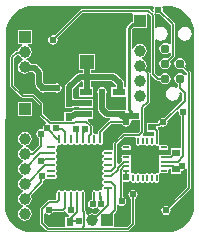
<source format=gtl>
G04*
G04 #@! TF.GenerationSoftware,Altium Limited,Altium Designer,19.1.7 (138)*
G04*
G04 Layer_Physical_Order=1*
G04 Layer_Color=255*
%FSLAX44Y44*%
%MOMM*%
G71*
G01*
G75*
%ADD15O,0.2500X0.8000*%
%ADD16O,0.8000X0.2500*%
%ADD17R,3.5000X3.5000*%
%ADD18O,0.2000X0.6500*%
%ADD19O,0.6500X0.2000*%
%ADD20R,1.5400X1.7000*%
%ADD21R,0.7000X0.6000*%
%ADD22R,1.0500X0.6000*%
%ADD23R,0.6000X0.7000*%
%ADD24C,0.7874*%
%ADD25R,1.2000X1.2000*%
%ADD26C,1.2000*%
%ADD27C,1.0000*%
%ADD28R,1.0000X1.0000*%
%ADD29R,1.0000X1.0000*%
%ADD30C,0.5000*%
%ADD31C,0.1524*%
%ADD32C,0.2032*%
%ADD33C,0.5080*%
%ADD34C,0.1270*%
%ADD35C,0.2540*%
%ADD36C,0.6096*%
G36*
X1115732Y911528D02*
X1120041Y910221D01*
X1124012Y908098D01*
X1127493Y905242D01*
X1130350Y901761D01*
X1132472Y897790D01*
X1133779Y893481D01*
X1134212Y889087D01*
X1134195Y889000D01*
Y743179D01*
X1134212Y743092D01*
X1133780Y738702D01*
X1132474Y734398D01*
X1130353Y730431D01*
X1127499Y726953D01*
X1124022Y724100D01*
X1120055Y721979D01*
X1115750Y720673D01*
X1111365Y720241D01*
X1111274Y720259D01*
X997931Y720259D01*
X996696Y720259D01*
Y720259D01*
X995462Y720355D01*
X992215Y720675D01*
X987906Y721982D01*
X983935Y724104D01*
X980454Y726961D01*
X977598Y730442D01*
X975475Y734413D01*
X974168Y738722D01*
X973739Y743076D01*
X973762Y743187D01*
X974760Y887732D01*
X974769Y888985D01*
X974769Y889000D01*
X974864Y890230D01*
X975184Y893481D01*
X976491Y897790D01*
X978614Y901761D01*
X981470Y905242D01*
X984951Y908098D01*
X988922Y910221D01*
X993231Y911528D01*
X997625Y911961D01*
X997712Y911943D01*
X1099460D01*
X1100139Y910673D01*
X1099921Y910348D01*
X1099616Y908812D01*
X1099921Y907276D01*
X1099970Y907202D01*
X1098984Y906393D01*
X1096414Y908962D01*
X1095248Y909446D01*
X1039114D01*
X1037948Y908962D01*
X1015878Y886893D01*
X1014476Y887172D01*
X1012940Y886867D01*
X1011638Y885996D01*
X1010767Y884694D01*
X1010462Y883158D01*
X1010767Y881622D01*
X1011638Y880320D01*
X1012940Y879449D01*
X1014476Y879144D01*
X1016012Y879449D01*
X1017314Y880320D01*
X1018185Y881622D01*
X1018490Y883158D01*
X1018211Y884560D01*
X1039797Y906146D01*
X1081326D01*
X1082247Y905303D01*
X1082247Y904876D01*
Y898761D01*
X1081706Y898654D01*
X1080992Y898176D01*
X1077436Y894621D01*
X1076958Y893906D01*
X1076791Y893064D01*
Y844009D01*
X1076549Y843515D01*
X1075123Y843342D01*
X1074614Y843851D01*
Y846328D01*
X1074614Y846328D01*
X1074348Y847666D01*
X1073590Y848800D01*
X1073590Y848800D01*
X1068009Y854381D01*
X1066875Y855139D01*
X1065537Y855405D01*
X1046577D01*
Y857865D01*
X1050415D01*
Y871643D01*
X1036637D01*
Y857865D01*
X1039585D01*
Y855405D01*
X1037329D01*
X1037329Y855405D01*
X1035991Y855139D01*
X1034857Y854381D01*
X1025894Y845418D01*
X1025136Y844284D01*
X1024870Y842946D01*
Y834207D01*
X1024477D01*
Y825429D01*
X1032255D01*
Y826195D01*
X1036497D01*
Y825675D01*
X1048775D01*
Y833453D01*
X1036497D01*
Y833187D01*
X1032255D01*
Y834207D01*
X1031862D01*
Y841498D01*
X1038315Y847951D01*
X1039585Y847424D01*
Y842953D01*
X1036497D01*
Y835175D01*
X1048775D01*
Y842953D01*
X1046577D01*
Y848413D01*
X1064089D01*
X1067622Y844880D01*
Y842953D01*
X1063997D01*
Y835175D01*
X1075521D01*
X1076275Y835175D01*
X1076791Y834119D01*
Y825009D01*
X1076275Y823953D01*
X1076148Y823953D01*
X1070014D01*
X1069676Y824020D01*
X1062048D01*
X1059628Y826440D01*
Y837362D01*
X1059841Y837680D01*
X1060146Y839216D01*
X1059841Y840752D01*
X1058970Y842054D01*
X1057668Y842925D01*
X1056132Y843230D01*
X1054596Y842925D01*
X1053294Y842054D01*
X1052423Y840752D01*
X1052118Y839216D01*
X1052423Y837680D01*
X1052636Y837362D01*
Y824992D01*
X1052902Y823654D01*
X1053660Y822520D01*
X1058128Y818052D01*
X1058128Y818052D01*
X1059262Y817294D01*
X1060600Y817028D01*
X1060600Y817028D01*
X1063012D01*
X1063142Y816633D01*
X1062501Y815357D01*
X1061871Y814935D01*
X1053432Y806497D01*
X1053011Y805867D01*
X1052863Y805124D01*
Y803972D01*
X1052568Y803688D01*
X1051258Y803370D01*
X1050551Y803843D01*
X1049716Y804009D01*
X1049574Y803981D01*
X1048352Y804835D01*
X1048304Y804924D01*
Y810086D01*
X1047821Y811252D01*
X1044168Y814905D01*
X1044388Y815871D01*
X1044557Y816175D01*
X1048775D01*
Y823953D01*
X1036497D01*
Y823662D01*
X1033018D01*
X1033018Y823662D01*
X1031680Y823396D01*
X1030546Y822638D01*
X1030546Y822638D01*
X1030244Y822336D01*
X1028572D01*
X1028234Y822269D01*
X1024223D01*
Y814506D01*
X1012563D01*
X1006474Y820595D01*
Y828548D01*
X1005990Y829714D01*
X998624Y837080D01*
X997458Y837564D01*
X989505D01*
X981836Y845233D01*
Y867997D01*
X984033Y870194D01*
X985462Y870089D01*
X986354Y868752D01*
X988302Y867451D01*
X989083Y867295D01*
Y866001D01*
X988302Y865845D01*
X986354Y864544D01*
X985053Y862596D01*
X984596Y860298D01*
X985053Y858000D01*
X986354Y856052D01*
X988302Y854751D01*
X990600Y854294D01*
X992898Y854751D01*
X994559Y855860D01*
X997713D01*
X999550Y854024D01*
Y845494D01*
X999816Y844156D01*
X1000574Y843022D01*
X1002239Y841357D01*
X1002313Y840982D01*
X1003183Y839680D01*
X1004486Y838809D01*
X1006022Y838504D01*
X1007558Y838809D01*
X1007876Y839022D01*
X1016178D01*
X1016496Y838809D01*
X1018032Y838504D01*
X1019568Y838809D01*
X1020870Y839680D01*
X1021741Y840982D01*
X1022046Y842518D01*
X1021741Y844054D01*
X1020870Y845356D01*
X1019568Y846227D01*
X1018032Y846532D01*
X1016496Y846227D01*
X1016178Y846014D01*
X1007876D01*
X1007558Y846227D01*
X1007183Y846301D01*
X1006542Y846942D01*
Y855472D01*
X1006542Y855472D01*
X1006276Y856810D01*
X1005518Y857944D01*
X1005518Y857944D01*
X1001634Y861829D01*
X1000499Y862587D01*
X999161Y862853D01*
X995976D01*
X994846Y864544D01*
X992898Y865845D01*
X992117Y866001D01*
Y867295D01*
X992898Y867451D01*
X994846Y868752D01*
X996147Y870700D01*
X996604Y872998D01*
X996147Y875296D01*
X994846Y877244D01*
X992898Y878545D01*
X993055Y879809D01*
X996489D01*
Y891587D01*
X984711D01*
Y879809D01*
X988146D01*
X988302Y878545D01*
X986354Y877244D01*
X985053Y875296D01*
X984763Y873839D01*
X983695D01*
X982529Y873355D01*
X979020Y869846D01*
X978536Y868680D01*
Y844550D01*
X979020Y843384D01*
X987656Y834748D01*
X988822Y834264D01*
X996775D01*
X1003174Y827865D01*
Y819912D01*
X1003658Y818746D01*
X1009038Y813365D01*
X1008620Y811987D01*
X1008368Y811937D01*
X1007066Y811066D01*
X1006195Y809764D01*
X1005890Y808228D01*
X1005206Y807544D01*
X1004570Y807670D01*
X1003034Y807365D01*
X1001732Y806494D01*
X1000861Y805192D01*
X1000556Y803656D01*
X1000861Y802120D01*
X1001732Y800818D01*
X1002920Y800023D01*
Y794179D01*
X997520Y788779D01*
X996191Y788971D01*
X996147Y789190D01*
X994846Y791138D01*
X992898Y792439D01*
X992117Y792595D01*
Y793889D01*
X992898Y794045D01*
X994846Y795346D01*
X996147Y797294D01*
X996604Y799592D01*
X996147Y801890D01*
X994846Y803838D01*
X992898Y805139D01*
X990600Y805596D01*
X988302Y805139D01*
X986354Y803838D01*
X985053Y801890D01*
X984596Y799592D01*
X985053Y797294D01*
X986354Y795346D01*
X988302Y794045D01*
X989083Y793889D01*
Y792595D01*
X988302Y792439D01*
X986354Y791138D01*
X985053Y789190D01*
X984596Y786892D01*
X985053Y784594D01*
X986354Y782646D01*
X988302Y781345D01*
X989083Y781189D01*
Y779895D01*
X988302Y779739D01*
X986354Y778438D01*
X985053Y776490D01*
X984596Y774192D01*
X985053Y771894D01*
X986354Y769946D01*
X988302Y768645D01*
X989083Y768489D01*
Y767195D01*
X988302Y767039D01*
X986354Y765738D01*
X985053Y763790D01*
X984596Y761492D01*
X985053Y759194D01*
X986354Y757246D01*
X988302Y755945D01*
X989083Y755789D01*
Y754495D01*
X988302Y754339D01*
X986354Y753038D01*
X985053Y751090D01*
X984596Y748792D01*
X985053Y746494D01*
X986354Y744546D01*
X988302Y743245D01*
X989083Y743089D01*
Y741795D01*
X988302Y741639D01*
X986354Y740338D01*
X985053Y738390D01*
X984596Y736092D01*
X985053Y733794D01*
X986354Y731846D01*
X988302Y730545D01*
X990600Y730088D01*
X992898Y730545D01*
X994846Y731846D01*
X996147Y733794D01*
X996604Y736092D01*
X996147Y738390D01*
X994846Y740338D01*
X992898Y741639D01*
X992117Y741795D01*
Y743089D01*
X992898Y743245D01*
X994846Y744546D01*
X996147Y746494D01*
X996604Y748792D01*
X996147Y751090D01*
X995780Y751639D01*
X1005863Y761723D01*
X1006347Y762889D01*
Y764080D01*
X1006614Y764133D01*
X1007916Y765004D01*
X1008606Y766036D01*
X1008924D01*
X1009631Y765563D01*
X1010466Y765397D01*
X1015966D01*
X1016801Y765563D01*
X1017508Y766036D01*
X1017981Y766743D01*
X1018147Y767578D01*
X1017981Y768413D01*
X1017508Y769120D01*
X1017131Y769372D01*
X1017061Y769622D01*
Y770534D01*
X1017131Y770784D01*
X1017508Y771036D01*
X1017981Y771743D01*
X1018147Y772578D01*
X1017981Y773413D01*
X1017508Y774120D01*
X1017131Y774372D01*
X1017061Y774622D01*
Y775534D01*
X1017131Y775784D01*
X1017508Y776036D01*
X1017981Y776743D01*
X1018147Y777578D01*
X1017981Y778413D01*
X1017508Y779120D01*
X1017131Y779372D01*
X1017061Y779622D01*
Y780534D01*
X1017131Y780784D01*
X1017508Y781036D01*
X1017981Y781743D01*
X1018147Y782578D01*
X1017981Y783413D01*
X1017508Y784120D01*
X1017131Y784372D01*
X1017061Y784622D01*
Y785534D01*
X1017131Y785784D01*
X1017508Y786036D01*
X1017981Y786743D01*
X1018147Y787578D01*
X1017981Y788413D01*
X1017508Y789120D01*
X1017131Y789372D01*
X1017061Y789622D01*
Y790534D01*
X1017131Y790784D01*
X1017508Y791036D01*
X1017981Y791743D01*
X1018147Y792578D01*
X1017987Y793383D01*
X1018069Y793501D01*
X1018793Y794225D01*
X1018911Y794307D01*
X1019716Y794147D01*
X1020551Y794313D01*
X1021258Y794786D01*
X1021510Y795163D01*
X1021760Y795233D01*
X1022672D01*
X1022922Y795163D01*
X1023174Y794786D01*
X1023881Y794313D01*
X1024716Y794147D01*
X1025551Y794313D01*
X1026258Y794786D01*
X1026510Y795163D01*
X1026760Y795233D01*
X1027672D01*
X1027922Y795163D01*
X1028174Y794786D01*
X1028881Y794313D01*
X1029716Y794147D01*
X1030551Y794313D01*
X1031258Y794786D01*
X1031510Y795163D01*
X1031760Y795233D01*
X1032672D01*
X1032922Y795163D01*
X1033174Y794786D01*
X1033881Y794313D01*
X1034716Y794147D01*
X1035551Y794313D01*
X1036258Y794786D01*
X1036510Y795163D01*
X1036760Y795233D01*
X1037672D01*
X1037922Y795163D01*
X1038174Y794786D01*
X1038881Y794313D01*
X1039716Y794147D01*
X1040551Y794313D01*
X1041258Y794786D01*
X1041510Y795163D01*
X1041760Y795233D01*
X1042672D01*
X1042922Y795163D01*
X1043174Y794786D01*
X1043881Y794313D01*
X1044716Y794147D01*
X1045551Y794313D01*
X1046258Y794786D01*
X1046510Y795163D01*
X1046760Y795233D01*
X1047672D01*
X1047922Y795163D01*
X1048174Y794786D01*
X1048881Y794313D01*
X1049716Y794147D01*
X1050551Y794313D01*
X1051258Y794786D01*
X1051510Y795163D01*
X1051760Y795233D01*
X1052672D01*
X1052922Y795163D01*
X1053174Y794786D01*
X1053881Y794313D01*
X1054716Y794147D01*
X1055551Y794313D01*
X1056258Y794786D01*
X1056731Y795493D01*
X1056897Y796328D01*
Y801828D01*
X1056748Y802577D01*
Y804319D01*
X1064048Y811620D01*
X1072761D01*
X1073360Y810724D01*
X1074662Y809853D01*
X1076198Y809548D01*
X1077734Y809853D01*
X1079036Y810724D01*
X1079907Y812026D01*
X1080212Y813562D01*
X1080143Y813911D01*
X1081185Y815181D01*
X1088207Y815181D01*
X1088264Y813935D01*
Y805609D01*
X1086945Y804290D01*
X1074420D01*
X1073254Y803806D01*
X1066192Y796744D01*
X1065708Y795578D01*
Y790514D01*
X1065443Y790244D01*
X1064438Y789665D01*
X1063966Y789759D01*
X1058466D01*
X1057631Y789593D01*
X1056924Y789120D01*
X1056451Y788413D01*
X1056285Y787578D01*
X1056451Y786743D01*
X1056924Y786036D01*
X1057301Y785784D01*
X1057371Y785534D01*
Y784622D01*
X1057301Y784372D01*
X1056924Y784120D01*
X1056451Y783413D01*
X1056285Y782578D01*
X1056451Y781743D01*
X1056924Y781036D01*
X1057301Y780784D01*
X1057371Y780534D01*
Y779622D01*
X1057301Y779372D01*
X1056924Y779120D01*
X1056451Y778413D01*
X1056285Y777578D01*
X1056451Y776743D01*
X1056924Y776036D01*
X1057301Y775784D01*
X1057371Y775534D01*
Y774622D01*
X1057301Y774372D01*
X1056924Y774120D01*
X1056451Y773413D01*
X1056285Y772578D01*
X1056451Y771743D01*
X1056924Y771036D01*
X1057301Y770784D01*
X1057371Y770534D01*
Y769622D01*
X1057301Y769372D01*
X1056924Y769120D01*
X1056451Y768413D01*
X1056285Y767578D01*
X1056451Y766743D01*
X1056924Y766036D01*
X1057301Y765784D01*
X1057371Y765534D01*
Y764622D01*
X1057301Y764372D01*
X1056924Y764120D01*
X1056451Y763413D01*
X1056285Y762578D01*
X1056451Y761743D01*
X1056924Y761036D01*
X1057301Y760784D01*
X1057371Y760534D01*
Y759622D01*
X1057301Y759372D01*
X1056924Y759120D01*
X1056451Y758413D01*
X1056285Y757578D01*
X1056445Y756773D01*
X1056363Y756656D01*
X1055639Y755931D01*
X1055521Y755849D01*
X1054716Y756009D01*
X1053881Y755843D01*
X1053174Y755370D01*
X1052922Y754993D01*
X1052672Y754923D01*
X1051760D01*
X1051510Y754993D01*
X1051258Y755370D01*
X1050551Y755843D01*
X1049716Y756009D01*
X1048881Y755843D01*
X1048174Y755370D01*
X1047701Y754663D01*
X1047535Y753828D01*
Y748328D01*
X1047581Y748099D01*
X1046722Y747929D01*
X1045420Y747058D01*
X1044549Y745756D01*
X1044244Y744220D01*
X1044549Y742684D01*
X1045420Y741382D01*
X1046722Y740511D01*
X1048258Y740206D01*
X1049794Y740511D01*
X1050849Y741216D01*
X1052304Y741325D01*
X1052405Y741175D01*
X1053707Y740304D01*
X1053844Y740277D01*
X1054262Y738899D01*
X1050867Y735504D01*
X1050048Y736051D01*
X1047750Y736508D01*
X1045452Y736051D01*
X1043972Y735062D01*
X1042702Y735661D01*
Y737231D01*
X1042574Y737875D01*
X1042209Y738421D01*
X1041399Y739231D01*
Y746997D01*
X1041731Y747493D01*
X1041897Y748328D01*
Y753828D01*
X1041731Y754663D01*
X1041258Y755370D01*
X1040551Y755843D01*
X1039716Y756009D01*
X1038881Y755843D01*
X1038174Y755370D01*
X1037922Y754993D01*
X1037672Y754923D01*
X1036760D01*
X1036510Y754993D01*
X1036258Y755370D01*
X1035551Y755843D01*
X1034716Y756009D01*
X1033881Y755843D01*
X1033174Y755370D01*
X1032922Y754993D01*
X1032672Y754923D01*
X1031760D01*
X1031510Y754993D01*
X1031258Y755370D01*
X1030551Y755843D01*
X1029716Y756009D01*
X1028881Y755843D01*
X1028174Y755370D01*
X1027922Y754993D01*
X1027672Y754923D01*
X1026760D01*
X1026510Y754993D01*
X1026258Y755370D01*
X1025551Y755843D01*
X1024716Y756009D01*
X1023881Y755843D01*
X1023174Y755370D01*
X1022922Y754993D01*
X1022672Y754923D01*
X1021760D01*
X1021510Y754993D01*
X1021258Y755370D01*
X1020551Y755843D01*
X1019716Y756009D01*
X1018881Y755843D01*
X1018174Y755370D01*
X1017701Y754663D01*
X1017535Y753828D01*
Y748328D01*
X1016381Y747681D01*
X1011133D01*
X1010489Y747553D01*
X1009942Y747188D01*
X1003888Y741134D01*
X1003523Y740588D01*
X1003395Y739943D01*
Y728472D01*
X1003523Y727828D01*
X1003888Y727282D01*
X1008968Y722202D01*
X1009514Y721837D01*
X1010158Y721709D01*
X1078031D01*
X1078676Y721837D01*
X1079222Y722202D01*
X1083484Y726464D01*
X1083849Y727010D01*
X1083977Y727654D01*
Y748738D01*
X1085132Y749510D01*
X1086003Y750812D01*
X1086308Y752348D01*
X1086003Y753884D01*
X1085132Y755186D01*
X1083830Y756057D01*
X1082294Y756362D01*
X1080758Y756057D01*
X1079456Y755186D01*
X1078585Y753884D01*
X1078280Y752348D01*
X1078585Y750812D01*
X1079456Y749510D01*
X1080611Y748738D01*
Y728352D01*
X1077334Y725075D01*
X1066339D01*
Y736092D01*
X1067906Y737660D01*
X1068390Y738826D01*
Y743498D01*
X1069660Y743883D01*
X1069804Y743668D01*
X1071106Y742797D01*
X1072642Y742492D01*
X1074178Y742797D01*
X1075480Y743668D01*
X1076351Y744970D01*
X1076656Y746506D01*
X1076351Y748042D01*
X1075480Y749344D01*
X1074178Y750215D01*
X1073486Y750352D01*
Y762715D01*
X1074756Y763394D01*
X1075170Y763117D01*
X1076706Y762812D01*
X1078242Y763117D01*
X1079283Y763813D01*
X1080266Y763595D01*
X1080665Y763378D01*
X1080675Y763329D01*
X1081092Y762704D01*
X1081717Y762287D01*
X1082454Y762140D01*
X1083191Y762287D01*
X1083642Y762588D01*
X1083816Y762704D01*
X1085092D01*
X1085266Y762588D01*
X1085717Y762287D01*
X1086454Y762140D01*
X1087191Y762287D01*
X1087642Y762588D01*
X1087816Y762704D01*
X1089092D01*
X1089266Y762588D01*
X1089717Y762287D01*
X1090454Y762140D01*
X1091191Y762287D01*
X1091642Y762588D01*
X1091816Y762704D01*
X1093092D01*
X1093266Y762588D01*
X1093717Y762287D01*
X1094454Y762140D01*
X1095191Y762287D01*
X1095642Y762588D01*
X1095816Y762704D01*
X1097092D01*
X1097266Y762588D01*
X1097717Y762287D01*
X1098454Y762140D01*
X1099191Y762287D01*
X1099642Y762588D01*
X1099816Y762704D01*
X1101092D01*
X1101266Y762588D01*
X1101717Y762287D01*
X1102454Y762140D01*
X1103191Y762287D01*
X1103816Y762704D01*
X1104233Y763329D01*
X1104380Y764066D01*
Y768566D01*
X1104233Y769303D01*
X1104097Y769508D01*
X1105012Y770423D01*
X1105217Y770287D01*
X1105954Y770140D01*
X1110454D01*
X1111191Y770287D01*
X1111816Y770704D01*
X1112233Y771329D01*
X1112380Y772066D01*
X1112233Y772803D01*
X1112200Y772854D01*
X1112878Y774124D01*
X1114481D01*
Y770049D01*
X1123259D01*
Y772314D01*
X1123442Y772464D01*
X1124978Y772769D01*
X1126280Y773640D01*
X1126618Y774145D01*
X1127888Y773760D01*
Y758873D01*
X1111636Y742621D01*
X1110234Y742900D01*
X1108698Y742595D01*
X1107396Y741724D01*
X1106525Y740422D01*
X1106220Y738886D01*
X1106525Y737350D01*
X1107396Y736048D01*
X1108698Y735177D01*
X1110234Y734872D01*
X1111770Y735177D01*
X1113072Y736048D01*
X1113943Y737350D01*
X1114248Y738886D01*
X1113969Y740288D01*
X1130704Y757024D01*
X1131188Y758190D01*
Y855726D01*
X1130704Y856892D01*
X1126586Y861011D01*
X1126718Y861209D01*
X1127093Y863092D01*
X1126718Y864975D01*
X1125651Y866571D01*
X1124055Y867638D01*
X1122172Y868012D01*
X1120289Y867638D01*
X1118693Y866571D01*
X1117626Y864975D01*
X1117252Y863092D01*
X1117626Y861209D01*
X1118693Y859613D01*
X1120289Y858546D01*
X1122172Y858171D01*
X1124055Y858546D01*
X1124253Y858678D01*
X1127888Y855043D01*
Y853386D01*
X1127639Y853183D01*
X1125941Y853438D01*
X1125651Y853871D01*
X1124055Y854938D01*
X1122172Y855312D01*
X1120289Y854938D01*
X1118693Y853871D01*
X1117626Y852275D01*
X1117252Y850392D01*
X1117626Y848509D01*
X1118693Y846913D01*
X1120230Y845886D01*
Y843300D01*
X1118960Y842622D01*
X1118101Y843195D01*
X1115822Y843649D01*
X1113543Y843195D01*
X1111610Y841904D01*
X1110319Y839971D01*
X1109865Y837692D01*
X1110319Y835413D01*
X1111610Y833480D01*
X1113543Y832189D01*
X1115822Y831736D01*
X1118101Y832189D01*
X1120034Y833480D01*
X1121325Y835413D01*
X1121778Y837692D01*
X1121681Y838184D01*
X1122851Y838810D01*
X1124040Y837621D01*
Y832654D01*
X1108751Y817366D01*
X1107694Y817576D01*
X1106158Y817271D01*
X1104856Y816400D01*
X1103985Y815098D01*
X1103680Y813562D01*
X1102581Y812996D01*
X1101288D01*
X1101100Y812959D01*
X1094415D01*
Y805181D01*
X1100446D01*
X1100512Y805116D01*
Y802490D01*
X1099242Y801812D01*
X1099191Y801845D01*
X1098454Y801992D01*
X1097717Y801845D01*
X1097266Y801544D01*
X1097092Y801428D01*
X1095816D01*
X1095642Y801544D01*
X1095191Y801845D01*
X1094454Y801992D01*
X1093717Y801845D01*
X1093266Y801544D01*
X1093092Y801428D01*
X1091816D01*
X1091642Y801544D01*
X1091191Y801845D01*
X1091000Y801883D01*
X1090523Y803202D01*
X1091080Y803760D01*
X1091564Y804926D01*
Y825493D01*
X1095826Y829756D01*
X1096310Y830923D01*
Y854026D01*
X1097580Y854279D01*
X1097892Y853525D01*
X1102191Y849226D01*
X1103358Y848742D01*
X1104880D01*
X1104926Y848509D01*
X1105993Y846913D01*
X1107589Y845846D01*
X1109472Y845471D01*
X1111355Y845846D01*
X1112951Y846913D01*
X1114018Y848509D01*
X1114392Y850392D01*
X1114018Y852275D01*
X1112951Y853871D01*
X1111355Y854938D01*
X1109472Y855312D01*
X1107589Y854938D01*
X1105993Y853871D01*
X1105104Y852542D01*
X1104017Y852381D01*
X1103660Y852422D01*
X1100708Y855375D01*
Y883279D01*
X1101978Y883928D01*
X1103383Y882989D01*
X1105662Y882535D01*
X1107941Y882989D01*
X1109874Y884280D01*
X1111165Y886213D01*
X1111618Y888492D01*
X1111165Y890771D01*
X1109874Y892704D01*
X1107941Y893995D01*
X1105662Y894448D01*
X1103383Y893995D01*
X1101978Y893056D01*
X1100708Y893705D01*
Y903986D01*
X1100412Y904700D01*
X1101438Y905542D01*
X1102094Y905103D01*
X1103630Y904798D01*
X1105166Y905103D01*
X1105221Y905140D01*
X1114172Y896189D01*
Y879730D01*
X1113191Y879361D01*
X1112902Y879304D01*
X1111355Y880338D01*
X1109472Y880713D01*
X1107589Y880338D01*
X1105993Y879271D01*
X1104926Y877675D01*
X1104551Y875792D01*
X1104926Y873909D01*
X1105993Y872313D01*
X1107589Y871246D01*
X1109472Y870872D01*
X1111355Y871246D01*
X1112902Y872280D01*
X1113191Y872223D01*
X1114172Y871854D01*
Y870125D01*
X1111553Y867506D01*
X1111355Y867638D01*
X1109472Y868012D01*
X1107589Y867638D01*
X1105993Y866571D01*
X1104926Y864975D01*
X1104551Y863092D01*
X1104926Y861209D01*
X1105993Y859613D01*
X1107589Y858546D01*
X1109472Y858171D01*
X1111355Y858546D01*
X1112951Y859613D01*
X1114018Y861209D01*
X1114392Y863092D01*
X1114018Y864975D01*
X1113886Y865173D01*
X1116988Y868276D01*
X1117472Y869442D01*
Y896873D01*
X1116988Y898039D01*
X1107407Y907620D01*
X1107644Y908812D01*
X1107339Y910348D01*
X1107121Y910673D01*
X1107800Y911943D01*
X1111251D01*
X1111338Y911961D01*
X1115732Y911528D01*
D02*
G37*
G36*
X1097408Y903303D02*
Y855456D01*
X1096138Y855203D01*
X1095826Y855956D01*
X1093316Y858467D01*
X1093683Y859016D01*
X1094140Y861314D01*
X1093683Y863612D01*
X1092382Y865560D01*
X1090434Y866861D01*
X1089653Y867017D01*
Y868311D01*
X1090434Y868467D01*
X1092382Y869768D01*
X1093683Y871716D01*
X1094140Y874014D01*
X1093683Y876312D01*
X1092382Y878260D01*
X1090434Y879561D01*
X1088136Y880018D01*
X1085838Y879561D01*
X1083890Y878260D01*
X1082589Y876312D01*
X1082463Y875681D01*
X1081193Y875806D01*
Y892152D01*
X1082566Y893525D01*
X1094025D01*
Y904890D01*
X1095215Y905496D01*
X1097408Y903303D01*
D02*
G37*
G36*
X1120972Y822297D02*
X1120952Y822198D01*
X1121257Y820662D01*
X1122128Y819360D01*
X1123316Y818565D01*
Y792695D01*
X1123259Y791449D01*
X1114481D01*
Y786004D01*
X1114193Y785716D01*
X1111385D01*
X1111191Y785845D01*
X1110454Y785992D01*
X1105954D01*
X1105217Y785845D01*
X1104592Y785428D01*
X1104175Y784803D01*
X1104028Y784066D01*
X1104175Y783329D01*
X1104592Y782704D01*
Y781428D01*
X1104175Y780803D01*
X1104028Y780066D01*
X1104175Y779329D01*
X1104592Y778704D01*
Y777428D01*
X1104175Y776803D01*
X1104028Y776066D01*
X1104175Y775329D01*
X1104476Y774878D01*
X1104592Y774704D01*
Y773428D01*
X1104476Y773254D01*
X1104175Y772803D01*
X1104028Y772066D01*
X1104175Y771329D01*
X1104311Y771124D01*
X1103396Y770209D01*
X1103191Y770345D01*
X1102454Y770492D01*
X1101717Y770345D01*
X1101266Y770044D01*
X1101092Y769928D01*
X1099816D01*
X1099642Y770044D01*
X1099191Y770345D01*
X1098454Y770492D01*
X1097717Y770345D01*
X1097266Y770044D01*
X1097092Y769928D01*
X1095816D01*
X1095642Y770044D01*
X1095191Y770345D01*
X1094454Y770492D01*
X1093717Y770345D01*
X1093266Y770044D01*
X1093092Y769928D01*
X1091816D01*
X1091642Y770044D01*
X1091191Y770345D01*
X1090454Y770492D01*
X1089717Y770345D01*
X1089266Y770044D01*
X1089092Y769928D01*
X1087816D01*
X1087642Y770044D01*
X1087191Y770345D01*
X1086454Y770492D01*
X1085717Y770345D01*
X1085266Y770044D01*
X1085092Y769928D01*
X1083816D01*
X1083642Y770044D01*
X1083191Y770345D01*
X1082454Y770492D01*
X1081717Y770345D01*
X1081512Y770209D01*
X1080597Y771124D01*
X1080733Y771329D01*
X1080880Y772066D01*
X1080733Y772803D01*
X1080316Y773428D01*
Y774704D01*
X1080733Y775329D01*
X1080880Y776066D01*
X1080733Y776803D01*
X1080316Y777428D01*
Y778704D01*
X1080733Y779329D01*
X1080880Y780066D01*
X1080733Y780803D01*
X1080432Y781254D01*
X1080316Y781428D01*
Y782704D01*
X1080432Y782878D01*
X1080733Y783329D01*
X1080880Y784066D01*
X1080733Y784803D01*
X1080316Y785428D01*
X1079691Y785845D01*
X1078954Y785992D01*
X1074454D01*
X1073717Y785845D01*
X1073092Y785428D01*
X1072675Y784803D01*
X1072528Y784066D01*
X1072675Y783329D01*
X1072976Y782878D01*
X1073092Y782704D01*
Y781428D01*
X1072976Y781254D01*
X1072675Y780803D01*
X1072629Y780574D01*
X1070181Y778126D01*
X1069008Y778612D01*
Y794895D01*
X1075103Y800990D01*
X1083417D01*
X1084528Y800066D01*
Y795566D01*
X1084675Y794829D01*
X1085092Y794204D01*
X1085717Y793787D01*
X1086454Y793640D01*
X1087191Y793787D01*
X1087642Y794088D01*
X1087816Y794204D01*
X1089092D01*
X1089266Y794088D01*
X1089717Y793787D01*
X1090454Y793640D01*
X1091191Y793787D01*
X1091642Y794088D01*
X1091816Y794204D01*
X1093092D01*
X1093266Y794088D01*
X1093717Y793787D01*
X1094454Y793640D01*
X1095191Y793787D01*
X1095642Y794088D01*
X1095816Y794204D01*
X1097092D01*
X1097266Y794088D01*
X1097717Y793787D01*
X1098454Y793640D01*
X1099191Y793787D01*
X1099642Y794088D01*
X1099816Y794204D01*
X1101092D01*
X1101266Y794088D01*
X1101717Y793787D01*
X1102454Y793640D01*
X1103191Y793787D01*
X1103396Y793923D01*
X1104311Y793008D01*
X1104175Y792803D01*
X1104028Y792066D01*
X1104175Y791329D01*
X1104592Y790704D01*
X1105217Y790287D01*
X1105954Y790140D01*
X1110454D01*
X1111191Y790287D01*
X1111816Y790704D01*
X1112233Y791329D01*
X1112380Y792066D01*
X1112233Y792803D01*
X1111816Y793428D01*
X1111191Y793845D01*
X1110454Y793992D01*
X1105954D01*
X1105217Y793845D01*
X1105012Y793709D01*
X1104097Y794624D01*
X1104233Y794829D01*
X1104380Y795566D01*
Y797734D01*
X1104396Y797816D01*
Y805920D01*
X1104396Y805920D01*
X1104249Y806663D01*
X1103827Y807293D01*
X1103279Y807842D01*
X1103401Y809112D01*
X1104086D01*
X1104830Y809259D01*
X1105460Y809680D01*
X1105843Y810064D01*
X1106158Y809853D01*
X1107694Y809548D01*
X1109230Y809853D01*
X1110532Y810724D01*
X1111403Y812026D01*
X1111708Y813562D01*
X1111498Y814619D01*
X1119801Y822922D01*
X1120972Y822297D01*
D02*
G37*
G36*
X1025661Y737814D02*
X1025753Y737350D01*
X1026624Y736048D01*
X1027885Y735205D01*
X1027998Y734924D01*
X1028272Y733954D01*
X1027589Y733115D01*
X1024985D01*
Y725075D01*
X1010855D01*
X1006761Y729169D01*
Y735992D01*
X1008031Y736377D01*
X1008082Y736302D01*
X1009384Y735431D01*
X1010920Y735126D01*
X1012456Y735431D01*
X1013758Y736302D01*
X1014553Y737490D01*
X1022858D01*
X1024024Y737974D01*
X1024283Y738232D01*
X1025661Y737814D01*
D02*
G37*
%LPC*%
G36*
X1125982Y894448D02*
X1123703Y893995D01*
X1121770Y892704D01*
X1120479Y890771D01*
X1120025Y888492D01*
X1120479Y886213D01*
X1121770Y884280D01*
X1123703Y882989D01*
X1125982Y882535D01*
X1128261Y882989D01*
X1130194Y884280D01*
X1131485Y886213D01*
X1131938Y888492D01*
X1131485Y890771D01*
X1130194Y892704D01*
X1128261Y893995D01*
X1125982Y894448D01*
D02*
G37*
G36*
X996489Y830881D02*
X984711D01*
Y819103D01*
X996489D01*
Y830881D01*
D02*
G37*
G36*
X1078954Y793992D02*
X1074454D01*
X1073717Y793845D01*
X1073092Y793428D01*
X1072675Y792803D01*
X1072528Y792066D01*
X1072675Y791329D01*
X1073092Y790704D01*
X1073717Y790287D01*
X1074454Y790140D01*
X1078954D01*
X1079691Y790287D01*
X1080316Y790704D01*
X1080733Y791329D01*
X1080880Y792066D01*
X1080733Y792803D01*
X1080316Y793428D01*
X1079691Y793845D01*
X1078954Y793992D01*
D02*
G37*
%LPD*%
D15*
X1019716Y751078D02*
D03*
X1024716D02*
D03*
X1029716D02*
D03*
X1034716D02*
D03*
X1039716D02*
D03*
X1044716D02*
D03*
X1049716D02*
D03*
X1054716D02*
D03*
Y799078D02*
D03*
X1049716D02*
D03*
X1044716D02*
D03*
X1039716D02*
D03*
X1034716D02*
D03*
X1029716D02*
D03*
X1024716D02*
D03*
X1019716D02*
D03*
D16*
X1061216Y757578D02*
D03*
Y762578D02*
D03*
Y767578D02*
D03*
Y772578D02*
D03*
Y777578D02*
D03*
Y782578D02*
D03*
Y787578D02*
D03*
Y792578D02*
D03*
X1013216D02*
D03*
Y787578D02*
D03*
Y782578D02*
D03*
Y777578D02*
D03*
Y772578D02*
D03*
Y767578D02*
D03*
Y762578D02*
D03*
Y757578D02*
D03*
D17*
X1037216Y775078D02*
D03*
D18*
X1082454Y766316D02*
D03*
X1086454D02*
D03*
X1090454D02*
D03*
X1094454D02*
D03*
X1098454D02*
D03*
X1102454D02*
D03*
Y797816D02*
D03*
X1098454D02*
D03*
X1094454D02*
D03*
X1090454D02*
D03*
X1086454D02*
D03*
X1082454D02*
D03*
D19*
X1108204Y772066D02*
D03*
Y776066D02*
D03*
Y780066D02*
D03*
Y784066D02*
D03*
Y788066D02*
D03*
Y792066D02*
D03*
X1076704D02*
D03*
Y788066D02*
D03*
Y784066D02*
D03*
Y780066D02*
D03*
Y776066D02*
D03*
Y772066D02*
D03*
D20*
X1092454Y782066D02*
D03*
D21*
X1118870Y773938D02*
D03*
Y763938D02*
D03*
X1098804Y809070D02*
D03*
Y819070D02*
D03*
X1118870Y797560D02*
D03*
Y787560D02*
D03*
X1083818Y819070D02*
D03*
Y809070D02*
D03*
D22*
X1042636Y820064D02*
D03*
Y829564D02*
D03*
Y839064D02*
D03*
X1070136D02*
D03*
Y829564D02*
D03*
Y820064D02*
D03*
D23*
X1018874Y728726D02*
D03*
X1028874D02*
D03*
X1018366Y829818D02*
D03*
X1028366D02*
D03*
X1028112Y817880D02*
D03*
X1018112D02*
D03*
D24*
X1122172Y850392D02*
D03*
X1109472D02*
D03*
X1122172Y863092D02*
D03*
X1109472D02*
D03*
X1122172Y875792D02*
D03*
X1109472D02*
D03*
D25*
X1043526Y864754D02*
D03*
D26*
X1023526D02*
D03*
D27*
X1088136Y835914D02*
D03*
Y848614D02*
D03*
Y861314D02*
D03*
Y874014D02*
D03*
Y886714D02*
D03*
X990600Y736092D02*
D03*
Y748792D02*
D03*
Y761492D02*
D03*
Y774192D02*
D03*
Y786892D02*
D03*
Y799592D02*
D03*
Y812292D02*
D03*
Y872998D02*
D03*
Y860298D02*
D03*
Y847598D02*
D03*
X1047750Y730504D02*
D03*
D28*
X1088136Y899414D02*
D03*
X990600Y824992D02*
D03*
Y885698D02*
D03*
D29*
X1060450Y730504D02*
D03*
D30*
X1026216Y764078D02*
D03*
Y775078D02*
D03*
Y786078D02*
D03*
X1037216Y764078D02*
D03*
Y775078D02*
D03*
Y786078D02*
D03*
X1048216Y764078D02*
D03*
Y775078D02*
D03*
Y786078D02*
D03*
D31*
X1082294Y727654D02*
Y752348D01*
X1078031Y723392D02*
X1082294Y727654D01*
X1038860Y723392D02*
X1078031D01*
X1039716Y738534D02*
X1041019Y737231D01*
Y725551D02*
Y737231D01*
X1038860Y723392D02*
X1041019Y725551D01*
X1010158Y723392D02*
X1038860D01*
X1005078Y728472D02*
X1010158Y723392D01*
X1005078Y728472D02*
Y739943D01*
X1019716Y747682D02*
Y751078D01*
X1018032Y745998D02*
X1019716Y747682D01*
X1011133Y745998D02*
X1018032D01*
X1005078Y739943D02*
X1011133Y745998D01*
X1039716Y738534D02*
Y751078D01*
X1071803Y747345D02*
X1072642Y746506D01*
X1071803Y747345D02*
Y773415D01*
X1076705Y766827D02*
X1076706Y766826D01*
X1029462Y738886D02*
Y750824D01*
X1071803Y773415D02*
X1074454Y776066D01*
X1076704D01*
X1034161Y807730D02*
X1034529Y807362D01*
Y799265D02*
Y807362D01*
X1029462Y750824D02*
X1029716Y751078D01*
X1034529Y799265D02*
X1034716Y799078D01*
X1076705Y766827D02*
Y772065D01*
X1076704Y772066D02*
X1076705Y772065D01*
D32*
X1075809Y813562D02*
X1076004Y813756D01*
X1121664Y776732D02*
X1121918Y776478D01*
X1063244Y813562D02*
X1075809D01*
X1054806Y805124D02*
X1063244Y813562D01*
X1054806Y799167D02*
Y805124D01*
X1054716Y799078D02*
X1054806Y799167D01*
X1121918Y776478D02*
X1123442D01*
X1118370Y773938D02*
X1118870D01*
X1116242Y776066D02*
X1118370Y773938D01*
X1108204Y776066D02*
X1116242D01*
X1106594Y813562D02*
X1107694D01*
X1104086Y811054D02*
X1106594Y813562D01*
X1101288Y811054D02*
X1104086D01*
X1099304Y809070D02*
X1101288Y811054D01*
X1125982Y831850D02*
Y838426D01*
X1122172Y842236D02*
X1125982Y838426D01*
X1122172Y842236D02*
Y850392D01*
X1099304Y809070D02*
X1102454Y805920D01*
X1107694Y813562D02*
X1125982Y831850D01*
X1098804Y809070D02*
X1099304D01*
X1102454Y797816D02*
Y805920D01*
X1029355Y731774D02*
X1034716Y737135D01*
Y751078D01*
D33*
X1073380Y819070D02*
X1083318D01*
X999161Y859357D02*
X1003046Y855472D01*
X991541Y859357D02*
X999161D01*
X990600Y860298D02*
X991541Y859357D01*
X1003046Y845494D02*
Y855472D01*
Y845494D02*
X1006022Y842518D01*
X1018032D01*
X1056132Y824992D02*
Y839216D01*
Y824992D02*
X1060600Y820524D01*
X1069676D01*
X1070136Y820064D01*
X1073380Y819070D02*
X1076004Y816446D01*
X1072386Y820064D02*
X1073380Y819070D01*
X1070136Y820064D02*
X1072386D01*
X1076004Y813756D02*
Y816446D01*
X1071118Y839524D02*
Y846328D01*
X1070658Y839064D02*
X1071118Y839524D01*
X1070136Y839064D02*
X1070658D01*
X1065537Y851909D02*
X1071118Y846328D01*
X1043081Y851909D02*
X1065537D01*
X1043081D02*
Y864309D01*
Y839509D02*
Y851909D01*
X1037329D02*
X1043081D01*
X1028366Y842946D02*
X1037329Y851909D01*
X1028366Y829818D02*
Y842946D01*
X1042509Y829691D02*
X1042636Y829564D01*
X1028493Y829691D02*
X1042509D01*
X1028366Y829818D02*
X1028493Y829691D01*
X1042636Y839064D02*
X1043081Y839509D01*
Y864309D02*
X1043526Y864754D01*
X1031692Y818840D02*
X1033018Y820166D01*
X1028572Y818840D02*
X1031692D01*
X1028112Y818380D02*
X1028572Y818840D01*
X1028112Y817880D02*
Y818380D01*
X1033018Y820166D02*
X1042534D01*
X1042636Y820064D01*
D34*
X1029636Y729488D02*
X1036320D01*
X1024716Y740998D02*
Y751078D01*
X1022858Y739140D02*
X1024716Y740998D01*
X980186Y868680D02*
X983695Y872189D01*
X989791D01*
X990600Y872998D01*
X980186Y844550D02*
Y868680D01*
Y844550D02*
X988822Y835914D01*
X997458D01*
X1004824Y828548D01*
Y819912D02*
Y828548D01*
X1066740Y738826D02*
Y759804D01*
X1060704Y732790D02*
X1066740Y738826D01*
X1061216Y743520D02*
Y757578D01*
X1050486Y732790D02*
X1061216Y743520D01*
X1054951Y744305D02*
X1055243Y744013D01*
X1110234Y738886D02*
X1129538Y758190D01*
X1048258Y744220D02*
Y745526D01*
X1063966Y762578D02*
X1066740Y759804D01*
X1010920Y739140D02*
X1022858D01*
X1120031Y780066D02*
X1124966Y785001D01*
X1108204Y780066D02*
X1120031D01*
X1129538Y758190D02*
Y855726D01*
X1122172Y863092D02*
X1129538Y855726D01*
X1124966Y785001D02*
Y822198D01*
X1089914Y804926D02*
Y826177D01*
X1087628Y802640D02*
X1089914Y804926D01*
X1074420Y802640D02*
X1087628D01*
X1067358Y795578D02*
X1074420Y802640D01*
X1067358Y775970D02*
Y795578D01*
X1063966Y772578D02*
X1067358Y775970D01*
X1069517Y775129D02*
X1074454Y780066D01*
X1069517Y773129D02*
Y775129D01*
X1063966Y767578D02*
X1069517Y773129D01*
X1061216Y762578D02*
X1063966D01*
X1074454Y780066D02*
X1076704D01*
X1061216Y772578D02*
X1063966D01*
X1061216Y767578D02*
X1063966D01*
X1054951Y744305D02*
Y750843D01*
X1054716Y751078D02*
X1054951Y750843D01*
X1046654Y803893D02*
Y810086D01*
X1042797Y813943D02*
X1046654Y810086D01*
X1044716Y801955D02*
X1046654Y803893D01*
X1044716Y799078D02*
Y801955D01*
X1094660Y830923D02*
Y854790D01*
X1089914Y826177D02*
X1094660Y830923D01*
X1088136Y861314D02*
X1094660Y854790D01*
X1048004Y732790D02*
X1050486D01*
X1028874Y728726D02*
X1029636Y729488D01*
X1041654Y806414D02*
Y807720D01*
X1039951Y804711D02*
X1041654Y806414D01*
X1039951Y799313D02*
Y804711D01*
X1039716Y799078D02*
X1039951Y799313D01*
X1115822Y869442D02*
Y896873D01*
X1109472Y863092D02*
X1115822Y869442D01*
X1103883Y908812D02*
X1115822Y896873D01*
X1103630Y908812D02*
X1103883D01*
X1024716Y799078D02*
Y805100D01*
X1021842Y807974D02*
X1024716Y805100D01*
X1017154Y807974D02*
X1021842D01*
X1016889Y808239D02*
X1017154Y807974D01*
X1004824Y819912D02*
X1011880Y812856D01*
X1032282D02*
X1033369Y813943D01*
X1011880Y812856D02*
X1032282D01*
X1039114Y907796D02*
X1095248D01*
X1014476Y883158D02*
X1039114Y907796D01*
X1095248D02*
X1099058Y903986D01*
Y854692D02*
Y903986D01*
Y854692D02*
X1103358Y850392D01*
X1109472D01*
X1010827Y806543D02*
X1018292Y799078D01*
X1010827Y806543D02*
Y807305D01*
X1018292Y799078D02*
X1019716D01*
X1009904Y808228D02*
X1010827Y807305D01*
X1004697Y767461D02*
X1005078Y767842D01*
X1004697Y762889D02*
Y767461D01*
X990600Y748792D02*
X1004697Y762889D01*
X992240Y761492D02*
X1008090Y777343D01*
X1033369Y813943D02*
X1042797D01*
X1004570Y793496D02*
Y803656D01*
X990600Y786892D02*
X997966D01*
X1004570Y793496D01*
X1003986Y787578D02*
X1013216D01*
X990600Y774192D02*
X1003986Y787578D01*
X1008090Y777343D02*
X1012981D01*
X990600Y761492D02*
X992240D01*
X1012981Y777343D02*
X1013216Y777578D01*
X1004824Y780542D02*
X1006130D01*
X1007931Y782343D01*
X1012981D01*
X1013216Y782578D01*
X1048512Y726440D02*
Y729742D01*
X1047750Y730504D02*
X1048512Y729742D01*
X1048258Y745526D02*
X1049481Y746749D01*
Y750843D01*
X1049716Y751078D01*
X1118370Y787560D02*
X1118870D01*
X1114876Y784066D02*
X1118370Y787560D01*
X1108204Y784066D02*
X1114876D01*
D35*
X1078992Y893064D02*
X1082548Y896620D01*
X1078992Y823896D02*
Y893064D01*
Y823896D02*
X1081588Y821300D01*
X1082548Y896620D02*
X1085342D01*
X1088136Y899414D01*
X1081588Y820800D02*
Y821300D01*
Y820800D02*
X1083318Y819070D01*
X1083818D01*
D36*
X1076706Y797306D02*
D03*
X1013460Y731266D02*
D03*
X1123950Y736600D02*
D03*
X1104900Y723900D02*
D03*
X1092200D02*
D03*
X1066800Y901700D02*
D03*
X1073150Y889000D02*
D03*
X1066800Y876300D02*
D03*
X1073150Y863600D02*
D03*
X1054100Y901700D02*
D03*
X1060450Y889000D02*
D03*
X1054100Y876300D02*
D03*
X1060450Y863600D02*
D03*
X1041400Y901700D02*
D03*
X1047750Y889000D02*
D03*
X1041400Y876300D02*
D03*
X1035050Y889000D02*
D03*
X1028700Y876300D02*
D03*
X1016000Y901700D02*
D03*
X1003300D02*
D03*
Y876300D02*
D03*
Y749300D02*
D03*
X990600Y901700D02*
D03*
X1082294Y752348D02*
D03*
X1036320Y729488D02*
D03*
X1006022Y842518D02*
D03*
X1018032D02*
D03*
X1056132Y839216D02*
D03*
X1072642Y746506D02*
D03*
X1055243Y744013D02*
D03*
X1110234Y738886D02*
D03*
X1048258Y744220D02*
D03*
X1076706Y766826D02*
D03*
X1029462Y738886D02*
D03*
X1123442Y776478D02*
D03*
X1124966Y822198D02*
D03*
X1107694Y813562D02*
D03*
X1076198D02*
D03*
X1016889Y808239D02*
D03*
X1014476Y883158D02*
D03*
X1009904Y808228D02*
D03*
X1103630Y908812D02*
D03*
X1010920Y739140D02*
D03*
X1004570Y803656D02*
D03*
X1041654Y807720D02*
D03*
X1034161Y807730D02*
D03*
X1005078Y767842D02*
D03*
X1004824Y780542D02*
D03*
M02*

</source>
